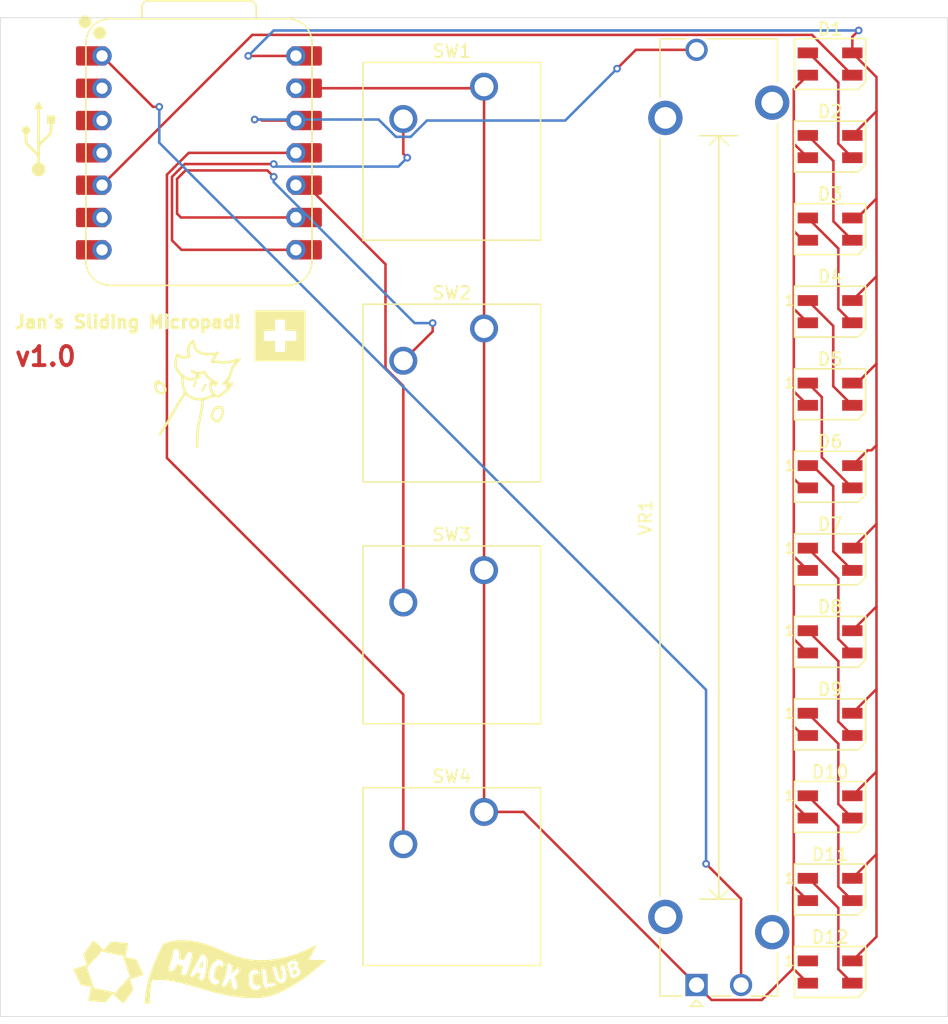
<source format=kicad_pcb>
(kicad_pcb (version 20240108) (generator "pcbnew") (generator_version "8.0")
  (layers (0 "F.Cu" signal) (31 "B.Cu" signal) (34 "B.Paste" user) (35 "F.Paste" user) (36 "B.SilkS" user "B.Silkscreen") (37 "F.SilkS" user "F.Silkscreen") (38 "B.Mask" user) (39 "F.Mask" user) (44 "Edge.Cuts" user))
  (net 0 "")
  (net 1 "+5V")
  (net 2 "GND")
  (net 3 "Net-(D1-DIN)")
  (net 4 "Net-(D1-DOUT)")
  (net 5 "Net-(D2-DOUT)")
  (net 6 "Net-(D3-DOUT)")
  (net 7 "Net-(D4-DOUT)")
  (net 8 "Net-(D5-DOUT)")
  (net 9 "Net-(D6-DOUT)")
  (net 10 "Net-(D7-DOUT)")
  (net 11 "Net-(U1-GPIO1{slash}RX)")
  (net 12 "Net-(U1-GPIO2{slash}SCK)")
  (net 13 "Net-(U1-GPIO4{slash}MISO)")
  (net 14 "Net-(U1-GPIO3{slash}MOSI)")
  (net 16 "Net-(U1-3V3)")
  (net 17 "Net-(U1-GPIO26{slash}ADC0{slash}A0)")
  (net 22 "Net-(D8-DOUT)")
  (net 23 "Net-(D10-DIN)")
  (net 24 "Net-(D10-DOUT)")
  (net 25 "Net-(D11-DOUT)")
  (footprint "LED_SMD:LED_SK6812MINI_PLCC4_3.5x3.5mm_P1.75mm" (layer "F.Cu") (at 89.75 59.063635)
    (property "Reference" "D7" (at 0 -2.75 0) (layer "F.SilkS"))
    (property "Value" "SK6812MINI")
    (fp_text user "1" (at -3.2 -0.875 0) (layer "F.SilkS") (effects (font (size 0.8 0.8))))
    (pad "1" smd rect (at -1.75 -0.875) (size 1.6 0.85) (layers "F.Cu" "F.Paste" "F.Mask") (net 10 "Net-(D7-DOUT)"))
    (pad "2" smd rect (at -1.75 0.875) (size 1.6 0.85) (layers "F.Cu" "F.Paste" "F.Mask") (net 2 "GND"))
    (pad "3" smd rect (at 1.75 0.875) (size 1.6 0.85) (layers "F.Cu" "F.Paste" "F.Mask") (net 9 "Net-(D6-DOUT)"))
    (pad "4" smd rect (at 1.75 -0.875) (size 1.6 0.85) (layers "F.Cu" "F.Paste" "F.Mask") (net 1 "+5V"))
  )
  (footprint "LED_SMD:LED_SK6812MINI_PLCC4_3.5x3.5mm_P1.75mm" (layer "F.Cu") (at 89.75 26.625)
    (property "Reference" "D2" (at 0 -2.75 0) (layer "F.SilkS"))
    (property "Value" "SK6812MINI")
    (pad "1" smd rect (at -1.75 -0.875) (size 1.6 0.85) (layers "F.Cu" "F.Paste" "F.Mask") (net 5 "Net-(D2-DOUT)"))
    (pad "2" smd rect (at -1.75 0.875) (size 1.6 0.85) (layers "F.Cu" "F.Paste" "F.Mask") (net 2 "GND"))
    (pad "3" smd rect (at 1.75 0.875) (size 1.6 0.85) (layers "F.Cu" "F.Paste" "F.Mask") (net 4 "Net-(D1-DOUT)"))
    (pad "4" smd rect (at 1.75 -0.875) (size 1.6 0.85) (layers "F.Cu" "F.Paste" "F.Mask") (net 1 "+5V"))
  )
  (footprint "MountingHole:MountingHole_2.2mm_M2" (layer "F.Cu") (at 27.5 92)
    (property "Reference" "REF**" (hide yes))
    (property "Value" "MountingHole_2.2mm_M2" (hide yes))
    (pad "" np_thru_hole circle (at 0 0) (size 2.2 2.2) (drill 2.2) (layers "*.Cu" "*.Mask"))
  )
  (footprint "MountingHole:MountingHole_2.2mm_M2" (layer "F.Cu") (at 96 19.5)
    (property "Reference" "REF**" (hide yes))
    (property "Value" "MountingHole_2.2mm_M2" (hide yes))
    (pad "" np_thru_hole circle (at 0 0) (size 2.2 2.2) (drill 2.2) (layers "*.Cu" "*.Mask"))
  )
  (footprint "Button_Switch_Keyboard:SW_Cherry_MX_1.00u_PCB" (layer "F.Cu") (at 62.54 59.92)
    (property "Reference" "SW3" (at -2.54 -2.794 0) (layer "F.SilkS"))
    (property "Value" "SW_Push")
    (pad "" np_thru_hole circle (at -7.62 5.08) (size 1.7 1.7) (drill 1.7) (layers "*.Cu" "*.Mask"))
    (pad "" np_thru_hole circle (at -2.54 5.08) (size 4 4) (drill 4) (layers "*.Cu" "*.Mask"))
    (pad "" np_thru_hole circle (at 2.54 5.08) (size 1.7 1.7) (drill 1.7) (layers "*.Cu" "*.Mask"))
    (pad "1" thru_hole circle (at 0 0) (size 2.2 2.2) (drill 1.5) (layers "*.Cu" "*.Mask") (net 2 "GND"))
    (pad "2" thru_hole circle (at -6.35 2.54) (size 2.2 2.2) (drill 1.5) (layers "*.Cu" "*.Mask") (net 13 "Net-(U1-GPIO4{slash}MISO)"))
  )
  (footprint "LOGO" (layer "F.Cu") (at 27.5 26 90)
    (property "Reference" "G***" (hide yes))
    (property "Value" "LOGO" (hide yes))
  )
  (footprint "MountingHole:MountingHole_2.2mm_M2" (layer "F.Cu") (at 27.5 19.5)
    (property "Reference" "REF**" (hide yes))
    (property "Value" "MountingHole_2.2mm_M2" (hide yes))
    (pad "" np_thru_hole circle (at 0 0) (size 2.2 2.2) (drill 2.2) (layers "*.Cu" "*.Mask"))
  )
  (footprint "LED_SMD:LED_SK6812MINI_PLCC4_3.5x3.5mm_P1.75mm" (layer "F.Cu") (at 89.75 46.088181)
    (property "Reference" "D5" (at 0 -2.75 0) (layer "F.SilkS"))
    (property "Value" "SK6812MINI")
    (fp_text user "1" (at -3.2 -0.875 0) (layer "F.SilkS") (effects (font (size 0.8 0.8))))
    (pad "1" smd rect (at -1.75 -0.875) (size 1.6 0.85) (layers "F.Cu" "F.Paste" "F.Mask") (net 8 "Net-(D5-DOUT)"))
    (pad "2" smd rect (at -1.75 0.875) (size 1.6 0.85) (layers "F.Cu" "F.Paste" "F.Mask") (net 2 "GND"))
    (pad "3" smd rect (at 1.75 0.875) (size 1.6 0.85) (layers "F.Cu" "F.Paste" "F.Mask") (net 7 "Net-(D4-DOUT)"))
    (pad "4" smd rect (at 1.75 -0.875) (size 1.6 0.85) (layers "F.Cu" "F.Paste" "F.Mask") (net 1 "+5V"))
  )
  (footprint "LED_SMD:LED_SK6812MINI_PLCC4_3.5x3.5mm_P1.75mm" (layer "F.Cu") (at 89.75 33.112727)
    (property "Reference" "D3" (at 0 -2.75 0) (layer "F.SilkS"))
    (property "Value" "SK6812MINI")
    (pad "1" smd rect (at -1.75 -0.875) (size 1.6 0.85) (layers "F.Cu" "F.Paste" "F.Mask") (net 6 "Net-(D3-DOUT)"))
    (pad "2" smd rect (at -1.75 0.875) (size 1.6 0.85) (layers "F.Cu" "F.Paste" "F.Mask") (net 2 "GND"))
    (pad "3" smd rect (at 1.75 0.875) (size 1.6 0.85) (layers "F.Cu" "F.Paste" "F.Mask") (net 5 "Net-(D2-DOUT)"))
    (pad "4" smd rect (at 1.75 -0.875) (size 1.6 0.85) (layers "F.Cu" "F.Paste" "F.Mask") (net 1 "+5V"))
  )
  (footprint "Potentiometer_THT:Potentiometer_Bourns_PTA6043_Single_Slide" (layer "F.Cu") (at 79.25 92.522273 90)
    (property "Reference" "VR1" (at 36.75 -4 90) (layer "F.SilkS"))
    (property "Value" "PTA6043-2015CPB103")
    (pad "1" thru_hole rect (at 0 0 90) (size 1.75 1.75) (drill 1.2) (layers "*.Cu" "*.Mask") (net 2 "GND"))
    (pad "2" thru_hole circle (at 0 3.5 90) (size 1.75 1.75) (drill 1.2) (layers "*.Cu" "*.Mask") (net 17 "Net-(U1-GPIO26{slash}ADC0{slash}A0)"))
    (pad "3" thru_hole circle (at 73.5 0 90) (size 1.75 1.75) (drill 1.2) (layers "*.Cu" "*.Mask") (net 16 "Net-(U1-3V3)"))
    (pad "MP" thru_hole circle (at 4.15 5.95 90) (size 2.7 2.7) (drill 1.7) (layers "*.Cu" "*.Mask"))
    (pad "MP" thru_hole circle (at 5.35 -2.45 90) (size 2.7 2.7) (drill 1.7) (layers "*.Cu" "*.Mask"))
    (pad "MP" thru_hole circle (at 68.15 -2.45 90) (size 2.7 2.7) (drill 1.7) (layers "*.Cu" "*.Mask"))
    (pad "MP" thru_hole circle (at 69.35 5.95 90) (size 2.7 2.7) (drill 1.7) (layers "*.Cu" "*.Mask"))
  )
  (footprint "LED_SMD:LED_SK6812MINI_PLCC4_3.5x3.5mm_P1.75mm" (layer "F.Cu") (at 89.75 65.551362)
    (property "Reference" "D8" (at 0 -2.75 0) (layer "F.SilkS"))
    (property "Value" "SK6812MINI")
    (fp_text user "1" (at -3.2 -0.875 0) (layer "F.SilkS") (effects (font (size 0.8 0.8))))
    (pad "1" smd rect (at -1.75 -0.875) (size 1.6 0.85) (layers "F.Cu" "F.Paste" "F.Mask") (net 22 "Net-(D8-DOUT)"))
    (pad "2" smd rect (at -1.75 0.875) (size 1.6 0.85) (layers "F.Cu" "F.Paste" "F.Mask") (net 2 "GND"))
    (pad "3" smd rect (at 1.75 0.875) (size 1.6 0.85) (layers "F.Cu" "F.Paste" "F.Mask") (net 10 "Net-(D7-DOUT)"))
    (pad "4" smd rect (at 1.75 -0.875) (size 1.6 0.85) (layers "F.Cu" "F.Paste" "F.Mask") (net 1 "+5V"))
  )
  (footprint "LOGO" (layer "F.Cu") (at 39.5 46 -20)
    (property "Reference" "G***" (hide yes))
    (property "Value" "LOGO" (hide yes))
  )
  (footprint "LED_SMD:LED_SK6812MINI_PLCC4_3.5x3.5mm_P1.75mm" (layer "F.Cu") (at 89.75 20.137273)
    (property "Reference" "D1" (at 0 -2.75 0) (layer "F.SilkS"))
    (property "Value" "SK6812MINI")
    (pad "1" smd rect (at -1.75 -0.875) (size 1.6 0.85) (layers "F.Cu" "F.Paste" "F.Mask") (net 4 "Net-(D1-DOUT)"))
    (pad "2" smd rect (at -1.75 0.875) (size 1.6 0.85) (layers "F.Cu" "F.Paste" "F.Mask") (net 2 "GND"))
    (pad "3" smd rect (at 1.75 0.875) (size 1.6 0.85) (layers "F.Cu" "F.Paste" "F.Mask") (net 3 "Net-(D1-DIN)"))
    (pad "4" smd rect (at 1.75 -0.875) (size 1.6 0.85) (layers "F.Cu" "F.Paste" "F.Mask") (net 1 "+5V"))
  )
  (footprint "OPL:XIAO-RP2040-DIP" (layer "F.Cu") (at 40.12 27.12)
    (property "Reference" "U1" (hide yes))
    (property "Value" "XIAO-RP2040-DIP")
    (pad "1" smd roundrect (at -8.455 -7.62 180) (size 2.432 1.524) (layers "F.Cu" "F.Mask") (roundrect_rratio 0.1) (net 17 "Net-(U1-GPIO26{slash}ADC0{slash}A0)"))
    (pad "1" thru_hole circle (at -7.62 -7.62 180) (size 1.524 1.524) (drill 0.889) (layers "*.Cu" "*.Mask") (net 17 "Net-(U1-GPIO26{slash}ADC0{slash}A0)"))
    (pad "2" smd roundrect (at -8.455 -5.08 180) (size 2.432 1.524) (layers "F.Cu" "F.Mask") (roundrect_rratio 0.1))
    (pad "2" thru_hole circle (at -7.62 -5.08 180) (size 1.524 1.524) (drill 0.889) (layers "*.Cu" "*.Mask"))
    (pad "3" smd roundrect (at -8.455 -2.54 180) (size 2.432 1.524) (layers "F.Cu" "F.Mask") (roundrect_rratio 0.1))
    (pad "3" thru_hole circle (at -7.62 -2.54 180) (size 1.524 1.524) (drill 0.889) (layers "*.Cu" "*.Mask"))
    (pad "4" smd roundrect (at -8.455 0 180) (size 2.432 1.524) (layers "F.Cu" "F.Mask") (roundrect_rratio 0.1))
    (pad "4" thru_hole circle (at -7.62 0 180) (size 1.524 1.524) (drill 0.889) (layers "*.Cu" "*.Mask"))
    (pad "5" smd roundrect (at -8.455 2.54 180) (size 2.432 1.524) (layers "F.Cu" "F.Mask") (roundrect_rratio 0.1) (net 3 "Net-(D1-DIN)"))
    (pad "5" thru_hole circle (at -7.62 2.54 180) (size 1.524 1.524) (drill 0.889) (layers "*.Cu" "*.Mask") (net 3 "Net-(D1-DIN)"))
    (pad "6" smd roundrect (at -8.455 5.08 180) (size 2.432 1.524) (layers "F.Cu" "F.Mask") (roundrect_rratio 0.1))
    (pad "6" thru_hole circle (at -7.62 5.08 180) (size 1.524 1.524) (drill 0.889) (layers "*.Cu" "*.Mask"))
    (pad "7" smd roundrect (at -8.455 7.62 180) (size 2.432 1.524) (layers "F.Cu" "F.Mask") (roundrect_rratio 0.1))
    (pad "7" thru_hole circle (at -7.62 7.62 180) (size 1.524 1.524) (drill 0.889) (layers "*.Cu" "*.Mask"))
    (pad "8" thru_hole circle (at 7.62 7.62) (size 1.524 1.524) (drill 0.889) (layers "*.Cu" "*.Mask") (net 11 "Net-(U1-GPIO1{slash}RX)"))
    (pad "8" smd roundrect (at 8.455 7.62) (size 2.432 1.524) (layers "F.Cu" "F.Mask") (roundrect_rratio 0.1) (net 11 "Net-(U1-GPIO1{slash}RX)"))
    (pad "9" thru_hole circle (at 7.62 5.08) (size 1.524 1.524) (drill 0.889) (layers "*.Cu" "*.Mask") (net 12 "Net-(U1-GPIO2{slash}SCK)"))
    (pad "9" smd roundrect (at 8.455 5.08) (size 2.432 1.524) (layers "F.Cu" "F.Mask") (roundrect_rratio 0.1) (net 12 "Net-(U1-GPIO2{slash}SCK)"))
    (pad "10" thru_hole circle (at 7.62 2.54) (size 1.524 1.524) (drill 0.889) (layers "*.Cu" "*.Mask") (net 13 "Net-(U1-GPIO4{slash}MISO)"))
    (pad "10" smd roundrect (at 8.455 2.54) (size 2.432 1.524) (layers "F.Cu" "F.Mask") (roundrect_rratio 0.1) (net 13 "Net-(U1-GPIO4{slash}MISO)"))
    (pad "11" thru_hole circle (at 7.62 0) (size 1.524 1.524) (drill 0.889) (layers "*.Cu" "*.Mask") (net 14 "Net-(U1-GPIO3{slash}MOSI)"))
    (pad "11" smd roundrect (at 8.455 0) (size 2.432 1.524) (layers "F.Cu" "F.Mask") (roundrect_rratio 0.1) (net 14 "Net-(U1-GPIO3{slash}MOSI)"))
    (pad "12" thru_hole circle (at 7.62 -2.54) (size 1.524 1.524) (drill 0.889) (layers "*.Cu" "*.Mask") (net 16 "Net-(U1-3V3)"))
    (pad "12" smd roundrect (at 8.455 -2.54) (size 2.432 1.524) (layers "F.Cu" "F.Mask") (roundrect_rratio 0.1) (net 16 "Net-(U1-3V3)"))
    (pad "13" thru_hole circle (at 7.62 -5.08) (size 1.524 1.524) (drill 0.889) (layers "*.Cu" "*.Mask") (net 2 "GND"))
    (pad "13" smd roundrect (at 8.455 -5.08) (size 2.432 1.524) (layers "F.Cu" "F.Mask") (roundrect_rratio 0.1) (net 2 "GND"))
    (pad "14" thru_hole circle (at 7.62 -7.62) (size 1.524 1.524) (drill 0.889) (layers "*.Cu" "*.Mask") (net 1 "+5V"))
    (pad "14" smd roundrect (at 8.455 -7.62) (size 2.432 1.524) (layers "F.Cu" "F.Mask") (roundrect_rratio 0.1) (net 1 "+5V"))
  )
  (footprint "Button_Switch_Keyboard:SW_Cherry_MX_1.00u_PCB" (layer "F.Cu") (at 62.54 78.92)
    (property "Reference" "SW4" (at -2.54 -2.794 0) (layer "F.SilkS"))
    (property "Value" "SW_Push")
    (pad "" np_thru_hole circle (at -7.62 5.08) (size 1.7 1.7) (drill 1.7) (layers "*.Cu" "*.Mask"))
    (pad "" np_thru_hole circle (at -2.54 5.08) (size 4 4) (drill 4) (layers "*.Cu" "*.Mask"))
    (pad "" np_thru_hole circle (at 2.54 5.08) (size 1.7 1.7) (drill 1.7) (layers "*.Cu" "*.Mask"))
    (pad "1" thru_hole circle (at 0 0) (size 2.2 2.2) (drill 1.5) (layers "*.Cu" "*.Mask") (net 2 "GND"))
    (pad "2" thru_hole circle (at -6.35 2.54) (size 2.2 2.2) (drill 1.5) (layers "*.Cu" "*.Mask") (net 14 "Net-(U1-GPIO3{slash}MOSI)"))
  )
  (footprint "Button_Switch_Keyboard:SW_Cherry_MX_1.00u_PCB" (layer "F.Cu") (at 62.54 21.92)
    (property "Reference" "SW1" (at -2.54 -2.794 0) (layer "F.SilkS"))
    (property "Value" "SW_Push")
    (pad "" np_thru_hole circle (at -7.62 5.08) (size 1.7 1.7) (drill 1.7) (layers "*.Cu" "*.Mask"))
    (pad "" np_thru_hole circle (at -2.54 5.08) (size 4 4) (drill 4) (layers "*.Cu" "*.Mask"))
    (pad "" np_thru_hole circle (at 2.54 5.08) (size 1.7 1.7) (drill 1.7) (layers "*.Cu" "*.Mask"))
    (pad "1" thru_hole circle (at 0 0) (size 2.2 2.2) (drill 1.5) (layers "*.Cu" "*.Mask") (net 2 "GND"))
    (pad "2" thru_hole circle (at -6.35 2.54) (size 2.2 2.2) (drill 1.5) (layers "*.Cu" "*.Mask") (net 11 "Net-(U1-GPIO1{slash}RX)"))
  )
  (footprint "LOGO" (layer "F.Cu") (at 33 91.5)
    (property "Reference" "G***" (hide yes))
    (property "Value" "LOGO" (hide yes))
  )
  (footprint "LED_SMD:LED_SK6812MINI_PLCC4_3.5x3.5mm_P1.75mm" (layer "F.Cu") (at 89.75 78.526816)
    (property "Reference" "D10" (at 0 -2.75 0) (layer "F.SilkS"))
    (property "Value" "SK6812MINI")
    (fp_text user "1" (at -3.2 -0.875 0) (layer "F.SilkS") (effects (font (size 0.8 0.8))))
    (pad "1" smd rect (at -1.75 -0.875) (size 1.6 0.85) (layers "F.Cu" "F.Paste" "F.Mask") (net 24 "Net-(D10-DOUT)"))
    (pad "2" smd rect (at -1.75 0.875) (size 1.6 0.85) (layers "F.Cu" "F.Paste" "F.Mask") (net 2 "GND"))
    (pad "3" smd rect (at 1.75 0.875) (size 1.6 0.85) (layers "F.Cu" "F.Paste" "F.Mask") (net 23 "Net-(D10-DIN)"))
    (pad "4" smd rect (at 1.75 -0.875) (size 1.6 0.85) (layers "F.Cu" "F.Paste" "F.Mask") (net 1 "+5V"))
  )
  (footprint "LOGO" (layer "F.Cu") (at 43 91.5)
    (property "Reference" "G***" (hide yes))
    (property "Value" "LOGO" (hide yes))
  )
  (footprint "LED_SMD:LED_SK6812MINI_PLCC4_3.5x3.5mm_P1.75mm" (layer "F.Cu") (at 89.75 52.575908)
    (property "Reference" "D6" (at 0 -2.75 0) (layer "F.SilkS"))
    (property "Value" "SK6812MINI")
    (fp_text user "1" (at -3.2 -0.875 0) (layer "F.SilkS") (effects (font (size 0.8 0.8))))
    (pad "1" smd rect (at -1.75 -0.875) (size 1.6 0.85) (layers "F.Cu" "F.Paste" "F.Mask") (net 9 "Net-(D6-DOUT)"))
    (pad "2" smd rect (at -1.75 0.875) (size 1.6 0.85) (layers "F.Cu" "F.Paste" "F.Mask") (net 2 "GND"))
    (pad "3" smd rect (at 1.75 0.875) (size 1.6 0.85) (layers "F.Cu" "F.Paste" "F.Mask") (net 8 "Net-(D5-DOUT)"))
    (pad "4" smd rect (at 1.75 -0.875) (size 1.6 0.85) (layers "F.Cu" "F.Paste" "F.Mask") (net 1 "+5V"))
  )
  (footprint "LOGO" (layer "F.Cu") (at 46.5 41.5)
    (property "Reference" "G***" (hide yes))
    (property "Value" "LOGO" (hide yes))
  )
  (footprint "LED_SMD:LED_SK6812MINI_PLCC4_3.5x3.5mm_P1.75mm" (layer "F.Cu") (at 89.75 39.600454)
    (property "Reference" "D4" (at 0 -2.75 0) (layer "F.SilkS"))
    (property "Value" "SK6812MINI")
    (fp_text user "1" (at -3.2 -0.875 0) (layer "F.SilkS") (effects (font (size 0.8 0.8))))
    (pad "1" smd rect (at -1.75 -0.875) (size 1.6 0.85) (layers "F.Cu" "F.Paste" "F.Mask") (net 7 "Net-(D4-DOUT)"))
    (pad "2" smd rect (at -1.75 0.875) (size 1.6 0.85) (layers "F.Cu" "F.Paste" "F.Mask") (net 2 "GND"))
    (pad "3" smd rect (at 1.75 0.875) (size 1.6 0.85) (layers "F.Cu" "F.Paste" "F.Mask") (net 6 "Net-(D3-DOUT)"))
    (pad "4" smd rect (at 1.75 -0.875) (size 1.6 0.85) (layers "F.Cu" "F.Paste" "F.Mask") (net 1 "+5V"))
  )
  (footprint "LED_SMD:LED_SK6812MINI_PLCC4_3.5x3.5mm_P1.75mm" (layer "F.Cu") (at 89.75 91.502273)
    (property "Reference" "D12" (at 0 -2.75 0) (layer "F.SilkS"))
    (property "Value" "SK6812MINI")
    (fp_text user "1" (at -3.2 -0.875 0) (layer "F.SilkS") (effects (font (size 0.8 0.8))))
    (pad "1" smd rect (at -1.75 -0.875) (size 1.6 0.85) (layers "F.Cu" "F.Paste" "F.Mask"))
    (pad "2" smd rect (at -1.75 0.875) (size 1.6 0.85) (layers "F.Cu" "F.Paste" "F.Mask") (net 2 "GND"))
    (pad "3" smd rect (at 1.75 0.875) (size 1.6 0.85) (layers "F.Cu" "F.Paste" "F.Mask") (net 25 "Net-(D11-DOUT)"))
    (pad "4" smd rect (at 1.75 -0.875) (size 1.6 0.85) (layers "F.Cu" "F.Paste" "F.Mask") (net 1 "+5V"))
  )
  (footprint "LED_SMD:LED_SK6812MINI_PLCC4_3.5x3.5mm_P1.75mm" (layer "F.Cu") (at 89.75 85.014543)
    (property "Reference" "D11" (at 0 -2.75 0) (layer "F.SilkS"))
    (property "Value" "SK6812MINI")
    (fp_text user "1" (at -3.2 -0.875 0) (layer "F.SilkS") (effects (font (size 0.8 0.8))))
    (pad "1" smd rect (at -1.75 -0.875) (size 1.6 0.85) (layers "F.Cu" "F.Paste" "F.Mask") (net 25 "Net-(D11-DOUT)"))
    (pad "2" smd rect (at -1.75 0.875) (size 1.6 0.85) (layers "F.Cu" "F.Paste" "F.Mask") (net 2 "GND"))
    (pad "3" smd rect (at 1.75 0.875) (size 1.6 0.85) (layers "F.Cu" "F.Paste" "F.Mask") (net 24 "Net-(D10-DOUT)"))
    (pad "4" smd rect (at 1.75 -0.875) (size 1.6 0.85) (layers "F.Cu" "F.Paste" "F.Mask") (net 1 "+5V"))
  )
  (footprint "Button_Switch_Keyboard:SW_Cherry_MX_1.00u_PCB" (layer "F.Cu") (at 62.54 40.92)
    (property "Reference" "SW2" (at -2.54 -2.794 0) (layer "F.SilkS"))
    (property "Value" "SW_Push")
    (pad "" np_thru_hole circle (at -7.62 5.08) (size 1.7 1.7) (drill 1.7) (layers "*.Cu" "*.Mask"))
    (pad "" np_thru_hole circle (at -2.54 5.08) (size 4 4) (drill 4) (layers "*.Cu" "*.Mask"))
    (pad "" np_thru_hole circle (at 2.54 5.08) (size 1.7 1.7) (drill 1.7) (layers "*.Cu" "*.Mask"))
    (pad "1" thru_hole circle (at 0 0) (size 2.2 2.2) (drill 1.5) (layers "*.Cu" "*.Mask") (net 2 "GND"))
    (pad "2" thru_hole circle (at -6.35 2.54) (size 2.2 2.2) (drill 1.5) (layers "*.Cu" "*.Mask") (net 12 "Net-(U1-GPIO2{slash}SCK)"))
  )
  (footprint "LED_SMD:LED_SK6812MINI_PLCC4_3.5x3.5mm_P1.75mm" (layer "F.Cu") (at 89.75 72.039089)
    (property "Reference" "D9" (at 0 -2.75 0) (layer "F.SilkS"))
    (property "Value" "SK6812MINI")
    (fp_text user "1" (at -3.2 -0.875 0) (layer "F.SilkS") (effects (font (size 0.8 0.8))))
    (pad "1" smd rect (at -1.75 -0.875) (size 1.6 0.85) (layers "F.Cu" "F.Paste" "F.Mask") (net 23 "Net-(D10-DIN)"))
    (pad "2" smd rect (at -1.75 0.875) (size 1.6 0.85) (layers "F.Cu" "F.Paste" "F.Mask") (net 2 "GND"))
    (pad "3" smd rect (at 1.75 0.875) (size 1.6 0.85) (layers "F.Cu" "F.Paste" "F.Mask") (net 22 "Net-(D8-DOUT)"))
    (pad "4" smd rect (at 1.75 -0.875) (size 1.6 0.85) (layers "F.Cu" "F.Paste" "F.Mask") (net 1 "+5V"))
  )
  (footprint "MountingHole:MountingHole_2.2mm_M2" (layer "F.Cu") (at 96 92)
    (property "Reference" "REF**" (hide yes))
    (property "Value" "MountingHole_2.2mm_M2" (hide yes))
    (pad "" np_thru_hole circle (at 0 0) (size 2.2 2.2) (drill 2.2) (layers "*.Cu" "*.Mask"))
  )
  (gr_rect (start 24.5 16.5) (end 99 95) (stroke (width 0.05)) (fill none) (layer "Edge.Cuts"))
  (gr_text "v1.0" (at 25.5 44 0) (layer "F.Cu") (effects (font (size 1.5 1.5) (thickness 0.3) (bold yes)) (justify left bottom)))
  (gr_text "Jan's Sliding Micropad!" (at 25.5 41 0) (layer "F.SilkS") (effects (font (size 1 1) (thickness 0.25) (bold yes)) (justify left bottom)))
  (segment (start 91.5 18) (end 92 17.5) (width 0.2) (layer "F.Cu") (net 1))
  (segment (start 93 50.5) (end 93.4 50.1) (width 0.2) (layer "F.Cu") (net 1))
  (segment (start 91.5 71.164089) (end 93.4 69.264089) (width 0.2) (layer "F.Cu") (net 1))
  (segment (start 93.4 36.825454) (end 93.4 30.712727) (width 0.2) (layer "F.Cu") (net 1))
  (segment (start 91.875 45.213181) (end 93.4 43.688181) (width 0.2) (layer "F.Cu") (net 1))
  (segment (start 93.4 43.688181) (end 93.4 36.825454) (width 0.2) (layer "F.Cu") (net 1))
  (segment (start 44 19.5) (end 47.74 19.5) (width 0.2) (layer "F.Cu") (net 1))
  (segment (start 93.4 75.751816) (end 93.4 69.264089) (width 0.2) (layer "F.Cu") (net 1))
  (segment (start 91.5 58.188635) (end 93.4 56.288635) (width 0.2) (layer "F.Cu") (net 1))
  (segment (start 91.5 90.627273) (end 93.4 88.727273) (width 0.2) (layer "F.Cu") (net 1))
  (segment (start 93.4 88.727273) (end 93.4 82.239543) (width 0.2) (layer "F.Cu") (net 1))
  (segment (start 92.700908 50.5) (end 93 50.5) (width 0.2) (layer "F.Cu") (net 1))
  (segment (start 91.5 77.651816) (end 93.4 75.751816) (width 0.2) (layer "F.Cu") (net 1))
  (segment (start 93.4 62.776362) (end 93.4 56.288635) (width 0.2) (layer "F.Cu") (net 1))
  (segment (start 93.4 23.85) (end 91.5 25.75) (width 0.2) (layer "F.Cu") (net 1))
  (segment (start 93.4 56.288635) (end 93.4 50.1) (width 0.2) (layer "F.Cu") (net 1))
  (segment (start 91.5 19.262273) (end 93.4 21.162273) (width 0.2) (layer "F.Cu") (net 1))
  (segment (start 91.5 19.262273) (end 91.5 18) (width 0.2) (layer "F.Cu") (net 1))
  (segment (start 93.4 69.264089) (end 93.4 62.776362) (width 0.2) (layer "F.Cu") (net 1))
  (segment (start 91.5 51.700908) (end 92.700908 50.5) (width 0.2) (layer "F.Cu") (net 1))
  (segment (start 91.5 84.139543) (end 93.4 82.239543) (width 0.2) (layer "F.Cu") (net 1))
  (segment (start 91.875 32.237727) (end 93.4 30.712727) (width 0.2) (layer "F.Cu") (net 1))
  (segment (start 93.4 30.712727) (end 93.4 23.85) (width 0.2) (layer "F.Cu") (net 1))
  (segment (start 93.4 21.162273) (end 93.4 23.85) (width 0.2) (layer "F.Cu") (net 1))
  (segment (start 91.5 32.237727) (end 91.875 32.237727) (width 0.2) (layer "F.Cu") (net 1))
  (segment (start 91.5 64.676362) (end 93.4 62.776362) (width 0.2) (layer "F.Cu") (net 1))
  (segment (start 93.4 50.1) (end 93.4 43.688181) (width 0.2) (layer "F.Cu") (net 1))
  (segment (start 91.5 38.725454) (end 93.4 36.825454) (width 0.2) (layer "F.Cu") (net 1))
  (segment (start 91.5 45.213181) (end 91.875 45.213181) (width 0.2) (layer "F.Cu") (net 1))
  (segment (start 93.4 82.239543) (end 93.4 75.751816) (width 0.2) (layer "F.Cu") (net 1))
  (via (at 44 19.5) (size 0.6) (drill 0.3) (layers "F.Cu" "B.Cu") (net 1))
  (via (at 92 17.5) (size 0.6) (drill 0.3) (layers "F.Cu" "B.Cu") (net 1))
  (segment (start 92 17.5) (end 46 17.5) (width 0.2) (layer "B.Cu") (net 1))
  (segment (start 46 17.5) (end 44 19.5) (width 0.2) (layer "B.Cu") (net 1))
  (segment (start 88 72.914089) (end 87.625 72.914089) (width 0.2) (layer "F.Cu") (net 2))
  (segment (start 62.54 59.92) (end 62.54 78.92) (width 0.2) (layer "F.Cu") (net 2))
  (segment (start 80.425 93.697273) (end 84.38 93.697273) (width 0.2) (layer "F.Cu") (net 2))
  (segment (start 62.54 40.92) (end 62.54 59.92) (width 0.2) (layer "F.Cu") (net 2))
  (segment (start 88 92.377273) (end 86.85 91.227273) (width 0.2) (layer "F.Cu") (net 2))
  (segment (start 86.9 22.112273) (end 86.9 26.4) (width 0.2) (layer "F.Cu") (net 2))
  (segment (start 79.25 92.522273) (end 80.425 93.697273) (width 0.2) (layer "F.Cu") (net 2))
  (segment (start 62.54 21.92) (end 62.54 40.92) (width 0.2) (layer "F.Cu") (net 2))
  (segment (start 86.9 52.725908) (end 86.9 45.863181) (width 0.2) (layer "F.Cu") (net 2))
  (segment (start 62.54 78.92) (end 65.647727 78.92) (width 0.2) (layer "F.Cu") (net 2))
  (segment (start 86.9 39.375454) (end 86.9 33.262727) (width 0.2) (layer "F.Cu") (net 2))
  (segment (start 86.85 91.227273) (end 86.85 84.839543) (width 0.2) (layer "F.Cu") (net 2))
  (segment (start 86.9 33.262727) (end 86.9 26.4) (width 0.2) (layer "F.Cu") (net 2))
  (segment (start 88 40.475454) (end 86.9 39.375454) (width 0.2) (layer "F.Cu") (net 2))
  (segment (start 86.9 65.326362) (end 86.9 58.838635) (width 0.2) (layer "F.Cu") (net 2))
  (segment (start 86.85 84.839543) (end 86.9 84.789543) (width 0.2) (layer "F.Cu") (net 2))
  (segment (start 86.9 58.838635) (end 86.9 52.725908) (width 0.2) (layer "F.Cu") (net 2))
  (segment (start 87.625 33.987727) (end 86.9 33.262727) (width 0.2) (layer "F.Cu") (net 2))
  (segment (start 84.38 93.697273) (end 86.85 91.227273) (width 0.2) (layer "F.Cu") (net 2))
  (segment (start 87.625 53.450908) (end 86.9 52.725908) (width 0.2) (layer "F.Cu") (net 2))
  (segment (start 87.625 72.914089) (end 86.9 72.189089) (width 0.2) (layer "F.Cu") (net 2))
  (segment (start 88 53.450908) (end 87.625 53.450908) (width 0.2) (layer "F.Cu") (net 2))
  (segment (start 86.9 26.4) (end 88 27.5) (width 0.2) (layer "F.Cu") (net 2))
  (segment (start 88 21.012273) (end 86.9 22.112273) (width 0.2) (layer "F.Cu") (net 2))
  (segment (start 86.9 78.301816) (end 86.9 72.189089) (width 0.2) (layer "F.Cu") (net 2))
  (segment (start 88 46.963181) (end 86.9 45.863181) (width 0.2) (layer "F.Cu") (net 2))
  (segment (start 88 85.889543) (end 86.9 84.789543) (width 0.2) (layer "F.Cu") (net 2))
  (segment (start 88 33.987727) (end 87.625 33.987727) (width 0.2) (layer "F.Cu") (net 2))
  (segment (start 86.9 72.189089) (end 86.9 65.326362) (width 0.2) (layer "F.Cu") (net 2))
  (segment (start 47.74 22.04) (end 62.42 22.04) (width 0.2) (layer "F.Cu") (net 2))
  (segment (start 86.9 45.863181) (end 86.9 39.375454) (width 0.2) (layer "F.Cu") (net 2))
  (segment (start 88 66.426362) (end 86.9 65.326362) (width 0.2) (layer "F.Cu") (net 2))
  (segment (start 62.42 22.04) (end 62.54 21.92) (width 0.2) (layer "F.Cu") (net 2))
  (segment (start 88 79.401816) (end 86.9 78.301816) (width 0.2) (layer "F.Cu") (net 2))
  (segment (start 65.647727 78.92) (end 79.25 92.522273) (width 0.2) (layer "F.Cu") (net 2))
  (segment (start 88 59.938635) (end 86.9 58.838635) (width 0.2) (layer "F.Cu") (net 2))
  (segment (start 86.9 84.789543) (end 86.9 78.301816) (width 0.2) (layer "F.Cu") (net 2))
  (segment (start 44.312727 17.847273) (end 32.5 29.66) (width 0.2) (layer "F.Cu") (net 3))
  (segment (start 91.5 21.012273) (end 88.335 17.847273) (width 0.2) (layer "F.Cu") (net 3))
  (segment (start 88.335 17.847273) (end 44.312727 17.847273) (width 0.2) (layer "F.Cu") (net 3))
  (segment (start 88 19.262273) (end 88.075 19.262273) (width 0.2) (layer "F.Cu") (net 4))
  (segment (start 90.4 21.587273) (end 90.4 26.4) (width 0.2) (layer "F.Cu") (net 4))
  (segment (start 90.4 26.4) (end 91.5 27.5) (width 0.2) (layer "F.Cu") (net 4))
  (segment (start 88.075 19.262273) (end 90.4 21.587273) (width 0.2) (layer "F.Cu") (net 4))
  (segment (start 90.012273 32.5) (end 91.5 33.987727) (width 0.2) (layer "F.Cu") (net 5))
  (segment (start 90.012273 27.762273) (end 90.012273 32.5) (width 0.2) (layer "F.Cu") (net 5))
  (segment (start 88 25.75) (end 90.012273 27.762273) (width 0.2) (layer "F.Cu") (net 5))
  (segment (start 88 32.237727) (end 90.4 34.637727) (width 0.2) (layer "F.Cu") (net 6))
  (segment (start 90.4 39.375454) (end 91.5 40.475454) (width 0.2) (layer "F.Cu") (net 6))
  (segment (start 90.4 34.637727) (end 90.4 39.375454) (width 0.2) (layer "F.Cu") (net 6))
  (segment (start 88 38.725454) (end 90 40.725454) (width 0.2) (layer "F.Cu") (net 7))
  (segment (start 90 45.463181) (end 91.5 46.963181) (width 0.2) (layer "F.Cu") (net 7))
  (segment (start 90 40.725454) (end 90 45.463181) (width 0.2) (layer "F.Cu") (net 7))
  (segment (start 89.1 51.050908) (end 91.5 53.450908) (width 0.2) (layer "F.Cu") (net 8))
  (segment (start 88 45.213181) (end 89.1 46.313181) (width 0.2) (layer "F.Cu") (net 8))
  (segment (start 89.1 46.313181) (end 89.1 51.050908) (width 0.2) (layer "F.Cu") (net 8))
  (segment (start 88.375 51.700908) (end 90 53.325908) (width 0.2) (layer "F.Cu") (net 9))
  (segment (start 88 51.700908) (end 88.375 51.700908) (width 0.2) (layer "F.Cu") (net 9))
  (segment (start 90 53.325908) (end 90 58.438635) (width 0.2) (layer "F.Cu") (net 9))
  (segment (start 90 58.438635) (end 91.5 59.938635) (width 0.2) (layer "F.Cu") (net 9))
  (segment (start 90.4 65.326362) (end 91.5 66.426362) (width 0.2) (layer "F.Cu") (net 10))
  (segment (start 90.4 60.588635) (end 90.4 65.326362) (width 0.2) (layer "F.Cu") (net 10))
  (segment (start 88 58.188635) (end 90.4 60.588635) (width 0.2) (layer "F.Cu") (net 10))
  (segment (start 46 28) (end 39 28) (width 0.2) (layer "F.Cu") (net 11))
  (segment (start 56.19 24.46) (end 56.19 27.19) (width 0.2) (layer "F.Cu") (net 11))
  (segment (start 38.74 34.74) (end 47.74 34.74) (width 0.2) (layer "F.Cu") (net 11))
  (segment (start 39 28) (end 38 29) (width 0.2) (layer "F.Cu") (net 11))
  (segment (start 56.19 27.19) (end 56.5 27.5) (width 0.2) (layer "F.Cu") (net 11))
  (segment (start 38 34) (end 38.74 34.74) (width 0.2) (layer "F.Cu") (net 11))
  (segment (start 38 29) (end 38 34) (width 0.2) (layer "F.Cu") (net 11))
  (via (at 56.5 27.5) (size 0.6) (drill 0.3) (layers "F.Cu" "B.Cu") (net 11))
  (via (at 46 28) (size 0.6) (drill 0.3) (layers "F.Cu" "B.Cu") (net 11))
  (segment (start 55.8 28.2) (end 46.2 28.2) (width 0.2) (layer "B.Cu") (net 11))
  (segment (start 46.2 28.2) (end 46 28) (width 0.2) (layer "B.Cu") (net 11))
  (segment (start 56.5 27.5) (end 55.8 28.2) (width 0.2) (layer "B.Cu") (net 11))
  (segment (start 39.065686 28.5) (end 38.4 29.165686) (width 0.2) (layer "F.Cu") (net 12))
  (segment (start 38.4 29.165686) (end 38.4 31.9) (width 0.2) (layer "F.Cu") (net 12))
  (segment (start 38.7 32.2) (end 47.74 32.2) (width 0.2) (layer "F.Cu") (net 12))
  (segment (start 56.19 43.46) (end 58.5 41.15) (width 0.2) (layer "F.Cu") (net 12))
  (segment (start 46 29) (end 45.5 28.5) (width 0.2) (layer "F.Cu") (net 12))
  (segment (start 38.4 31.9) (end 38.7 32.2) (width 0.2) (layer "F.Cu") (net 12))
  (segment (start 45.5 28.5) (end 39.065686 28.5) (width 0.2) (layer "F.Cu") (net 12))
  (segment (start 58.5 41.15) (end 58.5 40.5) (width 0.2) (layer "F.Cu") (net 12))
  (via (at 58.5 40.5) (size 0.6) (drill 0.3) (layers "F.Cu" "B.Cu") (net 12))
  (via (at 46 29) (size 0.6) (drill 0.3) (layers "F.Cu" "B.Cu") (net 12))
  (segment (start 46 29.421895) (end 46 29) (width 0.2) (layer "B.Cu") (net 12))
  (segment (start 57.078105 40.5) (end 46 29.421895) (width 0.2) (layer "B.Cu") (net 12))
  (segment (start 58.5 40.5) (end 57.078105 40.5) (width 0.2) (layer "B.Cu") (net 12))
  (segment (start 54.79 35.875) (end 48.575 29.66) (width 0.2) (layer "F.Cu") (net 13))
  (segment (start 56.19 62.46) (end 56.19 45.439899) (width 0.2) (layer "F.Cu") (net 13))
  (segment (start 54.79 44.039899) (end 54.79 35.875) (width 0.2) (layer "F.Cu") (net 13))
  (segment (start 56.19 45.439899) (end 54.79 44.039899) (width 0.2) (layer "F.Cu") (net 13))
  (segment (start 48.575 29.66) (end 47.74 29.66) (width 0.2) (layer "F.Cu") (net 13))
  (segment (start 56.19 81.46) (end 56.19 69.69) (width 0.2) (layer "F.Cu") (net 14))
  (segment (start 56.19 69.69) (end 37.6 51.1) (width 0.2) (layer "F.Cu") (net 14))
  (segment (start 37.6 51.1) (end 37.6 28.834314) (width 0.2) (layer "F.Cu") (net 14))
  (segment (start 37.6 28.834314) (end 39.314314 27.12) (width 0.2) (layer "F.Cu") (net 14))
  (segment (start 39.314314 27.12) (end 48.575 27.12) (width 0.2) (layer "F.Cu") (net 14))
  (segment (start 74.477727 19.022273) (end 73 20.5) (width 0.2) (layer "F.Cu") (net 16))
  (segment (start 45.08 24.58) (end 47.74 24.58) (width 0.2) (layer "F.Cu") (net 16))
  (segment (start 44.5 24.5) (end 45 24.5) (width 0.2) (layer "F.Cu") (net 16))
  (segment (start 79.25 19.022273) (end 74.477727 19.022273) (width 0.2) (layer "F.Cu") (net 16))
  (segment (start 45 24.5) (end 45.08 24.58) (width 0.2) (layer "F.Cu") (net 16))
  (via (at 73 20.5) (size 0.6) (drill 0.3) (layers "F.Cu" "B.Cu") (net 16))
  (via (at 44.5 24.5) (size 0.6) (drill 0.3) (layers "F.Cu" "B.Cu") (net 16))
  (segment (start 56.769899 25.86) (end 55.610101 25.86) (width 0.2) (layer "B.Cu") (net 16))
  (segment (start 55.610101 25.86) (end 54.250101 24.5) (width 0.2) (layer "B.Cu") (net 16))
  (segment (start 68.92 24.58) (end 58.049899 24.58) (width 0.2) (layer "B.Cu") (net 16))
  (segment (start 54.250101 24.5) (end 44.5 24.5) (width 0.2) (layer "B.Cu") (net 16))
  (segment (start 73 20.5) (end 68.92 24.58) (width 0.2) (layer "B.Cu") (net 16))
  (segment (start 58.049899 24.58) (end 56.769899 25.86) (width 0.2) (layer "B.Cu") (net 16))
  (segment (start 82.75 85.75) (end 80 83) (width 0.2) (layer "F.Cu") (net 17))
  (segment (start 82.75 92.522273) (end 82.75 85.75) (width 0.2) (layer "F.Cu") (net 17))
  (segment (start 36.5 23.5) (end 32.5 19.5) (width 0.2) (layer "F.Cu") (net 17))
  (segment (start 37 23.5) (end 36.5 23.5) (width 0.2) (layer "F.Cu") (net 17))
  (via (at 37 23.5) (size 0.6) (drill 0.3) (layers "F.Cu" "B.Cu") (net 17))
  (via (at 80 83) (size 0.6) (drill 0.3) (layers "F.Cu" "B.Cu") (net 17))
  (segment (start 80 83) (end 80 69.323402) (width 0.2) (layer "B.Cu") (net 17))
  (segment (start 37 26.323402) (end 37 23.5) (width 0.2) (layer "B.Cu") (net 17))
  (segment (start 80 69.323402) (end 37 26.323402) (width 0.2) (layer "B.Cu") (net 17))
  (segment (start 90.4 67.076362) (end 90.4 71.814089) (width 0.2) (layer "F.Cu") (net 22))
  (segment (start 90.4 71.814089) (end 91.5 72.914089) (width 0.2) (layer "F.Cu") (net 22))
  (segment (start 88 64.676362) (end 90.4 67.076362) (width 0.2) (layer "F.Cu") (net 22))
  (segment (start 88 71.164089) (end 90.4 73.564089) (width 0.2) (layer "F.Cu") (net 23))
  (segment (start 90.4 73.564089) (end 90.4 78.301816) (width 0.2) (layer "F.Cu") (net 23))
  (segment (start 90.4 78.301816) (end 91.5 79.401816) (width 0.2) (layer "F.Cu") (net 23))
  (segment (start 88 77.651816) (end 90.4 80.051816) (width 0.2) (layer "F.Cu") (net 24))
  (segment (start 90.4 84.789543) (end 91.5 85.889543) (width 0.2) (layer "F.Cu") (net 24))
  (segment (start 90.4 80.051816) (end 90.4 84.789543) (width 0.2) (layer "F.Cu") (net 24))
  (segment (start 90.4 91.277273) (end 91.5 92.377273) (width 0.2) (layer "F.Cu") (net 25))
  (segment (start 90.4 86.464543) (end 90.4 91.277273) (width 0.2) (layer "F.Cu") (net 25))
  (segment (start 88 84.139543) (end 88.075 84.139543) (width 0.2) (layer "F.Cu") (net 25))
  (segment (start 88.075 84.139543) (end 90.4 86.464543) (width 0.2) (layer "F.Cu") (net 25))
)
</source>
